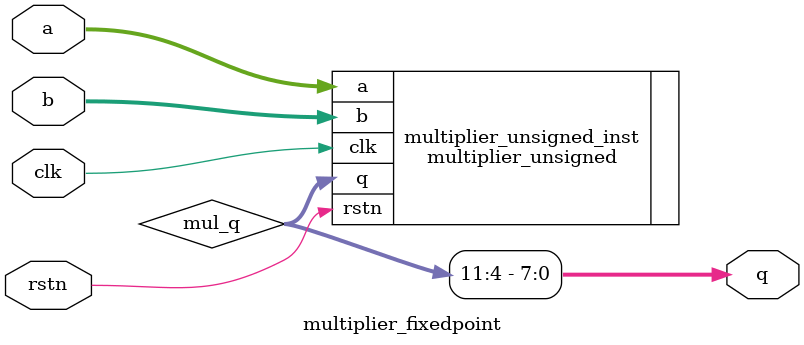
<source format=v>
module multiplier_fixedpoint #(
    parameter INTEGER_BITWIDTH  = 4,
    parameter FRACTION_BITWIDTH = 4
) (
    input clk,
    input rstn,

    input  [(INTEGER_BITWIDTH+FRACTION_BITWIDTH)-1:0] a,
    input  [(INTEGER_BITWIDTH+FRACTION_BITWIDTH)-1:0] b,
    output [(INTEGER_BITWIDTH+FRACTION_BITWIDTH)-1:0] q
);
  localparam BITWIDTH = INTEGER_BITWIDTH + FRACTION_BITWIDTH;

  wire [(BITWIDTH*2)-1:0] mul_q;

  multiplier_unsigned #(
      .BITWIDTH_INPUT(BITWIDTH)
  ) multiplier_unsigned_inst (
      .clk (clk),
      .rstn(rstn),

      .a(a),
      .b(b),
      .q(mul_q)
  );

  assign q = mul_q[BITWIDTH+FRACTION_BITWIDTH-1:FRACTION_BITWIDTH];

endmodule

</source>
